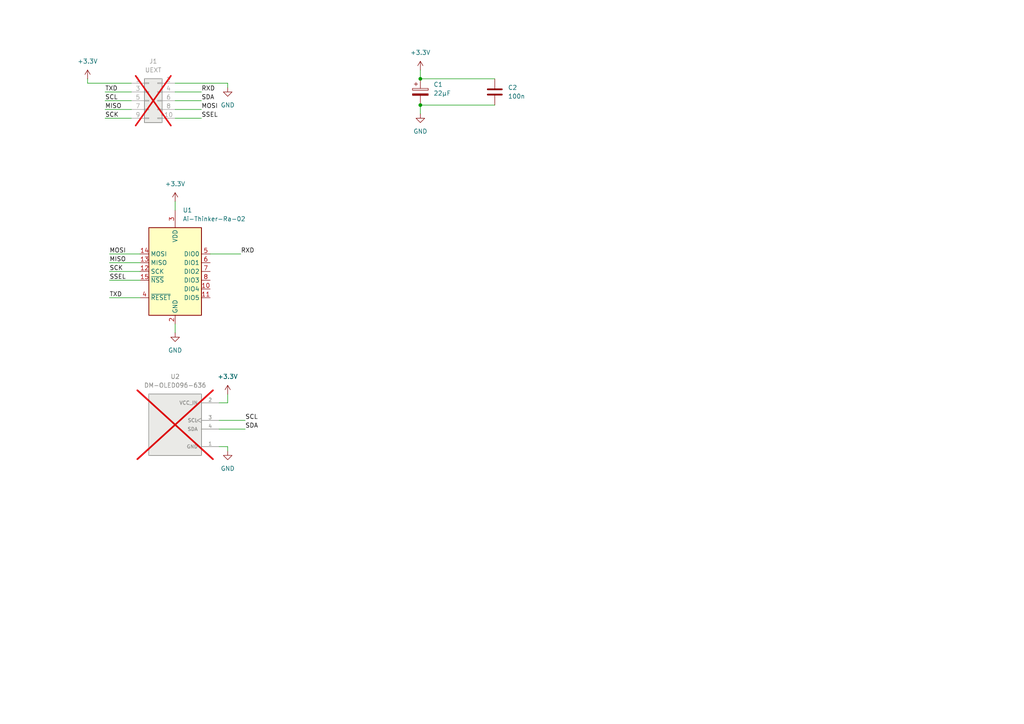
<source format=kicad_sch>
(kicad_sch
	(version 20231120)
	(generator "eeschema")
	(generator_version "8.0")
	(uuid "f1d6924a-25b2-4c5e-a5c1-3372ed7b0632")
	(paper "A4")
	(lib_symbols
		(symbol "Connector_Generic:Conn_02x05_Odd_Even"
			(pin_names
				(offset 1.016) hide)
			(exclude_from_sim no)
			(in_bom yes)
			(on_board yes)
			(property "Reference" "J"
				(at 1.27 7.62 0)
				(effects
					(font
						(size 1.27 1.27)
					)
				)
			)
			(property "Value" "Conn_02x05_Odd_Even"
				(at 1.27 -7.62 0)
				(effects
					(font
						(size 1.27 1.27)
					)
				)
			)
			(property "Footprint" ""
				(at 0 0 0)
				(effects
					(font
						(size 1.27 1.27)
					)
					(hide yes)
				)
			)
			(property "Datasheet" "~"
				(at 0 0 0)
				(effects
					(font
						(size 1.27 1.27)
					)
					(hide yes)
				)
			)
			(property "Description" "Generic connector, double row, 02x05, odd/even pin numbering scheme (row 1 odd numbers, row 2 even numbers), script generated (kicad-library-utils/schlib/autogen/connector/)"
				(at 0 0 0)
				(effects
					(font
						(size 1.27 1.27)
					)
					(hide yes)
				)
			)
			(property "ki_keywords" "connector"
				(at 0 0 0)
				(effects
					(font
						(size 1.27 1.27)
					)
					(hide yes)
				)
			)
			(property "ki_fp_filters" "Connector*:*_2x??_*"
				(at 0 0 0)
				(effects
					(font
						(size 1.27 1.27)
					)
					(hide yes)
				)
			)
			(symbol "Conn_02x05_Odd_Even_1_1"
				(rectangle
					(start -1.27 -4.953)
					(end 0 -5.207)
					(stroke
						(width 0.1524)
						(type default)
					)
					(fill
						(type none)
					)
				)
				(rectangle
					(start -1.27 -2.413)
					(end 0 -2.667)
					(stroke
						(width 0.1524)
						(type default)
					)
					(fill
						(type none)
					)
				)
				(rectangle
					(start -1.27 0.127)
					(end 0 -0.127)
					(stroke
						(width 0.1524)
						(type default)
					)
					(fill
						(type none)
					)
				)
				(rectangle
					(start -1.27 2.667)
					(end 0 2.413)
					(stroke
						(width 0.1524)
						(type default)
					)
					(fill
						(type none)
					)
				)
				(rectangle
					(start -1.27 5.207)
					(end 0 4.953)
					(stroke
						(width 0.1524)
						(type default)
					)
					(fill
						(type none)
					)
				)
				(rectangle
					(start -1.27 6.35)
					(end 3.81 -6.35)
					(stroke
						(width 0.254)
						(type default)
					)
					(fill
						(type background)
					)
				)
				(rectangle
					(start 3.81 -4.953)
					(end 2.54 -5.207)
					(stroke
						(width 0.1524)
						(type default)
					)
					(fill
						(type none)
					)
				)
				(rectangle
					(start 3.81 -2.413)
					(end 2.54 -2.667)
					(stroke
						(width 0.1524)
						(type default)
					)
					(fill
						(type none)
					)
				)
				(rectangle
					(start 3.81 0.127)
					(end 2.54 -0.127)
					(stroke
						(width 0.1524)
						(type default)
					)
					(fill
						(type none)
					)
				)
				(rectangle
					(start 3.81 2.667)
					(end 2.54 2.413)
					(stroke
						(width 0.1524)
						(type default)
					)
					(fill
						(type none)
					)
				)
				(rectangle
					(start 3.81 5.207)
					(end 2.54 4.953)
					(stroke
						(width 0.1524)
						(type default)
					)
					(fill
						(type none)
					)
				)
				(pin passive line
					(at -5.08 5.08 0)
					(length 3.81)
					(name "Pin_1"
						(effects
							(font
								(size 1.27 1.27)
							)
						)
					)
					(number "1"
						(effects
							(font
								(size 1.27 1.27)
							)
						)
					)
				)
				(pin passive line
					(at 7.62 -5.08 180)
					(length 3.81)
					(name "Pin_10"
						(effects
							(font
								(size 1.27 1.27)
							)
						)
					)
					(number "10"
						(effects
							(font
								(size 1.27 1.27)
							)
						)
					)
				)
				(pin passive line
					(at 7.62 5.08 180)
					(length 3.81)
					(name "Pin_2"
						(effects
							(font
								(size 1.27 1.27)
							)
						)
					)
					(number "2"
						(effects
							(font
								(size 1.27 1.27)
							)
						)
					)
				)
				(pin passive line
					(at -5.08 2.54 0)
					(length 3.81)
					(name "Pin_3"
						(effects
							(font
								(size 1.27 1.27)
							)
						)
					)
					(number "3"
						(effects
							(font
								(size 1.27 1.27)
							)
						)
					)
				)
				(pin passive line
					(at 7.62 2.54 180)
					(length 3.81)
					(name "Pin_4"
						(effects
							(font
								(size 1.27 1.27)
							)
						)
					)
					(number "4"
						(effects
							(font
								(size 1.27 1.27)
							)
						)
					)
				)
				(pin passive line
					(at -5.08 0 0)
					(length 3.81)
					(name "Pin_5"
						(effects
							(font
								(size 1.27 1.27)
							)
						)
					)
					(number "5"
						(effects
							(font
								(size 1.27 1.27)
							)
						)
					)
				)
				(pin passive line
					(at 7.62 0 180)
					(length 3.81)
					(name "Pin_6"
						(effects
							(font
								(size 1.27 1.27)
							)
						)
					)
					(number "6"
						(effects
							(font
								(size 1.27 1.27)
							)
						)
					)
				)
				(pin passive line
					(at -5.08 -2.54 0)
					(length 3.81)
					(name "Pin_7"
						(effects
							(font
								(size 1.27 1.27)
							)
						)
					)
					(number "7"
						(effects
							(font
								(size 1.27 1.27)
							)
						)
					)
				)
				(pin passive line
					(at 7.62 -2.54 180)
					(length 3.81)
					(name "Pin_8"
						(effects
							(font
								(size 1.27 1.27)
							)
						)
					)
					(number "8"
						(effects
							(font
								(size 1.27 1.27)
							)
						)
					)
				)
				(pin passive line
					(at -5.08 -5.08 0)
					(length 3.81)
					(name "Pin_9"
						(effects
							(font
								(size 1.27 1.27)
							)
						)
					)
					(number "9"
						(effects
							(font
								(size 1.27 1.27)
							)
						)
					)
				)
			)
		)
		(symbol "Device:C"
			(pin_numbers hide)
			(pin_names
				(offset 0.254)
			)
			(exclude_from_sim no)
			(in_bom yes)
			(on_board yes)
			(property "Reference" "C"
				(at 0.635 2.54 0)
				(effects
					(font
						(size 1.27 1.27)
					)
					(justify left)
				)
			)
			(property "Value" "C"
				(at 0.635 -2.54 0)
				(effects
					(font
						(size 1.27 1.27)
					)
					(justify left)
				)
			)
			(property "Footprint" ""
				(at 0.9652 -3.81 0)
				(effects
					(font
						(size 1.27 1.27)
					)
					(hide yes)
				)
			)
			(property "Datasheet" "~"
				(at 0 0 0)
				(effects
					(font
						(size 1.27 1.27)
					)
					(hide yes)
				)
			)
			(property "Description" "Unpolarized capacitor"
				(at 0 0 0)
				(effects
					(font
						(size 1.27 1.27)
					)
					(hide yes)
				)
			)
			(property "ki_keywords" "cap capacitor"
				(at 0 0 0)
				(effects
					(font
						(size 1.27 1.27)
					)
					(hide yes)
				)
			)
			(property "ki_fp_filters" "C_*"
				(at 0 0 0)
				(effects
					(font
						(size 1.27 1.27)
					)
					(hide yes)
				)
			)
			(symbol "C_0_1"
				(polyline
					(pts
						(xy -2.032 -0.762) (xy 2.032 -0.762)
					)
					(stroke
						(width 0.508)
						(type default)
					)
					(fill
						(type none)
					)
				)
				(polyline
					(pts
						(xy -2.032 0.762) (xy 2.032 0.762)
					)
					(stroke
						(width 0.508)
						(type default)
					)
					(fill
						(type none)
					)
				)
			)
			(symbol "C_1_1"
				(pin passive line
					(at 0 3.81 270)
					(length 2.794)
					(name "~"
						(effects
							(font
								(size 1.27 1.27)
							)
						)
					)
					(number "1"
						(effects
							(font
								(size 1.27 1.27)
							)
						)
					)
				)
				(pin passive line
					(at 0 -3.81 90)
					(length 2.794)
					(name "~"
						(effects
							(font
								(size 1.27 1.27)
							)
						)
					)
					(number "2"
						(effects
							(font
								(size 1.27 1.27)
							)
						)
					)
				)
			)
		)
		(symbol "Device:C_Polarized"
			(pin_numbers hide)
			(pin_names
				(offset 0.254)
			)
			(exclude_from_sim no)
			(in_bom yes)
			(on_board yes)
			(property "Reference" "C"
				(at 0.635 2.54 0)
				(effects
					(font
						(size 1.27 1.27)
					)
					(justify left)
				)
			)
			(property "Value" "C_Polarized"
				(at 0.635 -2.54 0)
				(effects
					(font
						(size 1.27 1.27)
					)
					(justify left)
				)
			)
			(property "Footprint" ""
				(at 0.9652 -3.81 0)
				(effects
					(font
						(size 1.27 1.27)
					)
					(hide yes)
				)
			)
			(property "Datasheet" "~"
				(at 0 0 0)
				(effects
					(font
						(size 1.27 1.27)
					)
					(hide yes)
				)
			)
			(property "Description" "Polarized capacitor"
				(at 0 0 0)
				(effects
					(font
						(size 1.27 1.27)
					)
					(hide yes)
				)
			)
			(property "ki_keywords" "cap capacitor"
				(at 0 0 0)
				(effects
					(font
						(size 1.27 1.27)
					)
					(hide yes)
				)
			)
			(property "ki_fp_filters" "CP_*"
				(at 0 0 0)
				(effects
					(font
						(size 1.27 1.27)
					)
					(hide yes)
				)
			)
			(symbol "C_Polarized_0_1"
				(rectangle
					(start -2.286 0.508)
					(end 2.286 1.016)
					(stroke
						(width 0)
						(type default)
					)
					(fill
						(type none)
					)
				)
				(polyline
					(pts
						(xy -1.778 2.286) (xy -0.762 2.286)
					)
					(stroke
						(width 0)
						(type default)
					)
					(fill
						(type none)
					)
				)
				(polyline
					(pts
						(xy -1.27 2.794) (xy -1.27 1.778)
					)
					(stroke
						(width 0)
						(type default)
					)
					(fill
						(type none)
					)
				)
				(rectangle
					(start 2.286 -0.508)
					(end -2.286 -1.016)
					(stroke
						(width 0)
						(type default)
					)
					(fill
						(type outline)
					)
				)
			)
			(symbol "C_Polarized_1_1"
				(pin passive line
					(at 0 3.81 270)
					(length 2.794)
					(name "~"
						(effects
							(font
								(size 1.27 1.27)
							)
						)
					)
					(number "1"
						(effects
							(font
								(size 1.27 1.27)
							)
						)
					)
				)
				(pin passive line
					(at 0 -3.81 90)
					(length 2.794)
					(name "~"
						(effects
							(font
								(size 1.27 1.27)
							)
						)
					)
					(number "2"
						(effects
							(font
								(size 1.27 1.27)
							)
						)
					)
				)
			)
		)
		(symbol "OLED 0.96{dblquote}:DM-OLED096-636"
			(pin_names
				(offset 1.016)
			)
			(exclude_from_sim no)
			(in_bom yes)
			(on_board yes)
			(property "Reference" "U"
				(at -7.62 10.922 0)
				(effects
					(font
						(size 1.27 1.27)
					)
					(justify left bottom)
				)
			)
			(property "Value" "DM-OLED096-636"
				(at -7.62 -10.16 0)
				(effects
					(font
						(size 1.27 1.27)
					)
					(justify left bottom)
				)
			)
			(property "Footprint" "DM-OLED096-636:MODULE_DM-OLED096-636"
				(at 0 0 0)
				(effects
					(font
						(size 1.27 1.27)
					)
					(justify bottom)
					(hide yes)
				)
			)
			(property "Datasheet" ""
				(at 0 0 0)
				(effects
					(font
						(size 1.27 1.27)
					)
					(hide yes)
				)
			)
			(property "Description" ""
				(at 0 0 0)
				(effects
					(font
						(size 1.27 1.27)
					)
					(hide yes)
				)
			)
			(property "MF" "Display Module"
				(at 0 0 0)
				(effects
					(font
						(size 1.27 1.27)
					)
					(justify bottom)
					(hide yes)
				)
			)
			(property "MAXIMUM_PACKAGE_HEIGHT" "11.3 mm"
				(at 0 0 0)
				(effects
					(font
						(size 1.27 1.27)
					)
					(justify bottom)
					(hide yes)
				)
			)
			(property "Package" "Package"
				(at 0 0 0)
				(effects
					(font
						(size 1.27 1.27)
					)
					(justify bottom)
					(hide yes)
				)
			)
			(property "Price" "None"
				(at 0 0 0)
				(effects
					(font
						(size 1.27 1.27)
					)
					(justify bottom)
					(hide yes)
				)
			)
			(property "Check_prices" "https://www.snapeda.com/parts/DM-OLED096-636/Display+Module/view-part/?ref=eda"
				(at 0 0 0)
				(effects
					(font
						(size 1.27 1.27)
					)
					(justify bottom)
					(hide yes)
				)
			)
			(property "STANDARD" "Manufacturer Recommendations"
				(at 0 0 0)
				(effects
					(font
						(size 1.27 1.27)
					)
					(justify bottom)
					(hide yes)
				)
			)
			(property "PARTREV" "2018-09-10"
				(at 0 0 0)
				(effects
					(font
						(size 1.27 1.27)
					)
					(justify bottom)
					(hide yes)
				)
			)
			(property "SnapEDA_Link" "https://www.snapeda.com/parts/DM-OLED096-636/Display+Module/view-part/?ref=snap"
				(at 0 0 0)
				(effects
					(font
						(size 1.27 1.27)
					)
					(justify bottom)
					(hide yes)
				)
			)
			(property "MP" "DM-OLED096-636"
				(at 0 0 0)
				(effects
					(font
						(size 1.27 1.27)
					)
					(justify bottom)
					(hide yes)
				)
			)
			(property "Description_1" "\n                        \n                            0.96” 128 X 64 MONOCHROME GRAPHIC OLED DISPLAY MODULE - I2C\n                        \n"
				(at 0 0 0)
				(effects
					(font
						(size 1.27 1.27)
					)
					(justify bottom)
					(hide yes)
				)
			)
			(property "Availability" "Not in stock"
				(at 0 0 0)
				(effects
					(font
						(size 1.27 1.27)
					)
					(justify bottom)
					(hide yes)
				)
			)
			(property "MANUFACTURER" "Displaymodule"
				(at 0 0 0)
				(effects
					(font
						(size 1.27 1.27)
					)
					(justify bottom)
					(hide yes)
				)
			)
			(symbol "DM-OLED096-636_0_0"
				(rectangle
					(start -7.62 -7.62)
					(end 7.62 10.16)
					(stroke
						(width 0.254)
						(type default)
					)
					(fill
						(type background)
					)
				)
				(pin power_in line
					(at 12.7 -5.08 180)
					(length 5.08)
					(name "GND"
						(effects
							(font
								(size 1.016 1.016)
							)
						)
					)
					(number "1"
						(effects
							(font
								(size 1.016 1.016)
							)
						)
					)
				)
				(pin power_in line
					(at 12.7 7.62 180)
					(length 5.08)
					(name "VCC_IN"
						(effects
							(font
								(size 1.016 1.016)
							)
						)
					)
					(number "2"
						(effects
							(font
								(size 1.016 1.016)
							)
						)
					)
				)
				(pin input clock
					(at 12.7 2.54 180)
					(length 5.08)
					(name "SCL"
						(effects
							(font
								(size 1.016 1.016)
							)
						)
					)
					(number "3"
						(effects
							(font
								(size 1.016 1.016)
							)
						)
					)
				)
				(pin bidirectional line
					(at 12.7 0 180)
					(length 5.08)
					(name "SDA"
						(effects
							(font
								(size 1.016 1.016)
							)
						)
					)
					(number "4"
						(effects
							(font
								(size 1.016 1.016)
							)
						)
					)
				)
			)
		)
		(symbol "RF_Module:Ai-Thinker-Ra-02"
			(exclude_from_sim no)
			(in_bom yes)
			(on_board yes)
			(property "Reference" "U"
				(at 2.54 19.05 0)
				(effects
					(font
						(size 1.27 1.27)
					)
				)
			)
			(property "Value" "Ai-Thinker-Ra-02"
				(at 13.97 -15.24 0)
				(effects
					(font
						(size 1.27 1.27)
					)
				)
			)
			(property "Footprint" "RF_Module:Ai-Thinker-Ra-01-LoRa"
				(at 25.4 -10.16 0)
				(effects
					(font
						(size 1.27 1.27)
					)
					(hide yes)
				)
			)
			(property "Datasheet" "http://wiki.ai-thinker.com/_media/lora/docs/c048ps01a1_ra-02_product_specification_v1.1.pdf"
				(at 2.54 19.05 0)
				(effects
					(font
						(size 1.27 1.27)
					)
					(hide yes)
				)
			)
			(property "Description" "Ai-Thinker Ra-02 410-525 MHz LoRa Module, SPI interface, U.FL antenna connector"
				(at 0 0 0)
				(effects
					(font
						(size 1.27 1.27)
					)
					(hide yes)
				)
			)
			(property "ki_keywords" "Ra-02 LoRa"
				(at 0 0 0)
				(effects
					(font
						(size 1.27 1.27)
					)
					(hide yes)
				)
			)
			(property "ki_fp_filters" "Ai?Thinker?Ra?01*"
				(at 0 0 0)
				(effects
					(font
						(size 1.27 1.27)
					)
					(hide yes)
				)
			)
			(symbol "Ai-Thinker-Ra-02_0_1"
				(rectangle
					(start -7.62 12.7)
					(end 7.62 -12.7)
					(stroke
						(width 0.254)
						(type default)
					)
					(fill
						(type background)
					)
				)
			)
			(symbol "Ai-Thinker-Ra-02_1_1"
				(pin passive line
					(at 0 -15.24 90)
					(length 2.54) hide
					(name "GND"
						(effects
							(font
								(size 1.27 1.27)
							)
						)
					)
					(number "1"
						(effects
							(font
								(size 1.27 1.27)
							)
						)
					)
				)
				(pin bidirectional line
					(at 10.16 -5.08 180)
					(length 2.54)
					(name "DIO4"
						(effects
							(font
								(size 1.27 1.27)
							)
						)
					)
					(number "10"
						(effects
							(font
								(size 1.27 1.27)
							)
						)
					)
				)
				(pin bidirectional line
					(at 10.16 -7.62 180)
					(length 2.54)
					(name "DIO5"
						(effects
							(font
								(size 1.27 1.27)
							)
						)
					)
					(number "11"
						(effects
							(font
								(size 1.27 1.27)
							)
						)
					)
				)
				(pin input line
					(at -10.16 0 0)
					(length 2.54)
					(name "SCK"
						(effects
							(font
								(size 1.27 1.27)
							)
						)
					)
					(number "12"
						(effects
							(font
								(size 1.27 1.27)
							)
						)
					)
				)
				(pin output line
					(at -10.16 2.54 0)
					(length 2.54)
					(name "MISO"
						(effects
							(font
								(size 1.27 1.27)
							)
						)
					)
					(number "13"
						(effects
							(font
								(size 1.27 1.27)
							)
						)
					)
				)
				(pin input line
					(at -10.16 5.08 0)
					(length 2.54)
					(name "MOSI"
						(effects
							(font
								(size 1.27 1.27)
							)
						)
					)
					(number "14"
						(effects
							(font
								(size 1.27 1.27)
							)
						)
					)
				)
				(pin input line
					(at -10.16 -2.54 0)
					(length 2.54)
					(name "~{NSS}"
						(effects
							(font
								(size 1.27 1.27)
							)
						)
					)
					(number "15"
						(effects
							(font
								(size 1.27 1.27)
							)
						)
					)
				)
				(pin passive line
					(at 0 -15.24 90)
					(length 2.54) hide
					(name "GND"
						(effects
							(font
								(size 1.27 1.27)
							)
						)
					)
					(number "16"
						(effects
							(font
								(size 1.27 1.27)
							)
						)
					)
				)
				(pin power_in line
					(at 0 -15.24 90)
					(length 2.54)
					(name "GND"
						(effects
							(font
								(size 1.27 1.27)
							)
						)
					)
					(number "2"
						(effects
							(font
								(size 1.27 1.27)
							)
						)
					)
				)
				(pin power_in line
					(at 0 17.78 270)
					(length 5.08)
					(name "VDD"
						(effects
							(font
								(size 1.27 1.27)
							)
						)
					)
					(number "3"
						(effects
							(font
								(size 1.27 1.27)
							)
						)
					)
				)
				(pin input line
					(at -10.16 -7.62 0)
					(length 2.54)
					(name "~{RESET}"
						(effects
							(font
								(size 1.27 1.27)
							)
						)
					)
					(number "4"
						(effects
							(font
								(size 1.27 1.27)
							)
						)
					)
				)
				(pin bidirectional line
					(at 10.16 5.08 180)
					(length 2.54)
					(name "DIO0"
						(effects
							(font
								(size 1.27 1.27)
							)
						)
					)
					(number "5"
						(effects
							(font
								(size 1.27 1.27)
							)
						)
					)
				)
				(pin bidirectional line
					(at 10.16 2.54 180)
					(length 2.54)
					(name "DIO1"
						(effects
							(font
								(size 1.27 1.27)
							)
						)
					)
					(number "6"
						(effects
							(font
								(size 1.27 1.27)
							)
						)
					)
				)
				(pin bidirectional line
					(at 10.16 0 180)
					(length 2.54)
					(name "DIO2"
						(effects
							(font
								(size 1.27 1.27)
							)
						)
					)
					(number "7"
						(effects
							(font
								(size 1.27 1.27)
							)
						)
					)
				)
				(pin bidirectional line
					(at 10.16 -2.54 180)
					(length 2.54)
					(name "DIO3"
						(effects
							(font
								(size 1.27 1.27)
							)
						)
					)
					(number "8"
						(effects
							(font
								(size 1.27 1.27)
							)
						)
					)
				)
				(pin passive line
					(at 0 -15.24 90)
					(length 2.54) hide
					(name "GND"
						(effects
							(font
								(size 1.27 1.27)
							)
						)
					)
					(number "9"
						(effects
							(font
								(size 1.27 1.27)
							)
						)
					)
				)
			)
		)
		(symbol "power:+3.3V"
			(power)
			(pin_numbers hide)
			(pin_names
				(offset 0) hide)
			(exclude_from_sim no)
			(in_bom yes)
			(on_board yes)
			(property "Reference" "#PWR"
				(at 0 -3.81 0)
				(effects
					(font
						(size 1.27 1.27)
					)
					(hide yes)
				)
			)
			(property "Value" "+3.3V"
				(at 0 3.556 0)
				(effects
					(font
						(size 1.27 1.27)
					)
				)
			)
			(property "Footprint" ""
				(at 0 0 0)
				(effects
					(font
						(size 1.27 1.27)
					)
					(hide yes)
				)
			)
			(property "Datasheet" ""
				(at 0 0 0)
				(effects
					(font
						(size 1.27 1.27)
					)
					(hide yes)
				)
			)
			(property "Description" "Power symbol creates a global label with name \"+3.3V\""
				(at 0 0 0)
				(effects
					(font
						(size 1.27 1.27)
					)
					(hide yes)
				)
			)
			(property "ki_keywords" "global power"
				(at 0 0 0)
				(effects
					(font
						(size 1.27 1.27)
					)
					(hide yes)
				)
			)
			(symbol "+3.3V_0_1"
				(polyline
					(pts
						(xy -0.762 1.27) (xy 0 2.54)
					)
					(stroke
						(width 0)
						(type default)
					)
					(fill
						(type none)
					)
				)
				(polyline
					(pts
						(xy 0 0) (xy 0 2.54)
					)
					(stroke
						(width 0)
						(type default)
					)
					(fill
						(type none)
					)
				)
				(polyline
					(pts
						(xy 0 2.54) (xy 0.762 1.27)
					)
					(stroke
						(width 0)
						(type default)
					)
					(fill
						(type none)
					)
				)
			)
			(symbol "+3.3V_1_1"
				(pin power_in line
					(at 0 0 90)
					(length 0)
					(name "~"
						(effects
							(font
								(size 1.27 1.27)
							)
						)
					)
					(number "1"
						(effects
							(font
								(size 1.27 1.27)
							)
						)
					)
				)
			)
		)
		(symbol "power:GND"
			(power)
			(pin_numbers hide)
			(pin_names
				(offset 0) hide)
			(exclude_from_sim no)
			(in_bom yes)
			(on_board yes)
			(property "Reference" "#PWR"
				(at 0 -6.35 0)
				(effects
					(font
						(size 1.27 1.27)
					)
					(hide yes)
				)
			)
			(property "Value" "GND"
				(at 0 -3.81 0)
				(effects
					(font
						(size 1.27 1.27)
					)
				)
			)
			(property "Footprint" ""
				(at 0 0 0)
				(effects
					(font
						(size 1.27 1.27)
					)
					(hide yes)
				)
			)
			(property "Datasheet" ""
				(at 0 0 0)
				(effects
					(font
						(size 1.27 1.27)
					)
					(hide yes)
				)
			)
			(property "Description" "Power symbol creates a global label with name \"GND\" , ground"
				(at 0 0 0)
				(effects
					(font
						(size 1.27 1.27)
					)
					(hide yes)
				)
			)
			(property "ki_keywords" "global power"
				(at 0 0 0)
				(effects
					(font
						(size 1.27 1.27)
					)
					(hide yes)
				)
			)
			(symbol "GND_0_1"
				(polyline
					(pts
						(xy 0 0) (xy 0 -1.27) (xy 1.27 -1.27) (xy 0 -2.54) (xy -1.27 -1.27) (xy 0 -1.27)
					)
					(stroke
						(width 0)
						(type default)
					)
					(fill
						(type none)
					)
				)
			)
			(symbol "GND_1_1"
				(pin power_in line
					(at 0 0 270)
					(length 0)
					(name "~"
						(effects
							(font
								(size 1.27 1.27)
							)
						)
					)
					(number "1"
						(effects
							(font
								(size 1.27 1.27)
							)
						)
					)
				)
			)
		)
	)
	(junction
		(at 121.92 22.86)
		(diameter 0)
		(color 0 0 0 0)
		(uuid "7a4c8050-ac3e-410a-a149-86d8b59d4b84")
	)
	(junction
		(at 121.92 30.48)
		(diameter 0)
		(color 0 0 0 0)
		(uuid "c00f3bce-58ae-4518-a9ec-ec72cad3604c")
	)
	(wire
		(pts
			(xy 31.75 76.2) (xy 40.64 76.2)
		)
		(stroke
			(width 0)
			(type default)
		)
		(uuid "06cd5006-4882-4640-8e9a-b9f32e67f41b")
	)
	(wire
		(pts
			(xy 50.8 31.75) (xy 58.42 31.75)
		)
		(stroke
			(width 0)
			(type default)
		)
		(uuid "225fd774-e0fe-4ec9-98cc-44e92b9bc0d5")
	)
	(wire
		(pts
			(xy 50.8 34.29) (xy 58.42 34.29)
		)
		(stroke
			(width 0)
			(type default)
		)
		(uuid "24ae3013-ce6d-4885-aba1-cffcfae6d6a8")
	)
	(wire
		(pts
			(xy 25.4 22.86) (xy 25.4 24.13)
		)
		(stroke
			(width 0)
			(type default)
		)
		(uuid "27894db9-d82e-41b0-bca6-abd944badd38")
	)
	(wire
		(pts
			(xy 30.48 26.67) (xy 38.1 26.67)
		)
		(stroke
			(width 0)
			(type default)
		)
		(uuid "282dab61-00d9-4855-8257-24985bdc152a")
	)
	(wire
		(pts
			(xy 143.51 30.48) (xy 121.92 30.48)
		)
		(stroke
			(width 0)
			(type default)
		)
		(uuid "29610732-d13a-4f19-83a6-8ec547601eaf")
	)
	(wire
		(pts
			(xy 63.5 116.84) (xy 66.04 116.84)
		)
		(stroke
			(width 0)
			(type default)
		)
		(uuid "31cfeda8-dbc2-409e-99ce-597e15c9e55b")
	)
	(wire
		(pts
			(xy 38.1 24.13) (xy 25.4 24.13)
		)
		(stroke
			(width 0)
			(type default)
		)
		(uuid "3d1f2ffe-d6cd-480e-9d2d-c41604249ca5")
	)
	(wire
		(pts
			(xy 30.48 29.21) (xy 38.1 29.21)
		)
		(stroke
			(width 0)
			(type default)
		)
		(uuid "40a1dffe-79e8-4a5d-a9e3-d9c943bb84d6")
	)
	(wire
		(pts
			(xy 50.8 24.13) (xy 66.04 24.13)
		)
		(stroke
			(width 0)
			(type default)
		)
		(uuid "4d08c1e0-833a-49ab-9a16-76ce9ecf8e45")
	)
	(wire
		(pts
			(xy 66.04 116.84) (xy 66.04 114.3)
		)
		(stroke
			(width 0)
			(type default)
		)
		(uuid "50099842-17e0-44b6-8b11-a0d288c1fc65")
	)
	(wire
		(pts
			(xy 121.92 22.86) (xy 121.92 20.32)
		)
		(stroke
			(width 0)
			(type default)
		)
		(uuid "5c77cfc8-0656-48c9-bf71-cee25ed5745e")
	)
	(wire
		(pts
			(xy 31.75 86.36) (xy 40.64 86.36)
		)
		(stroke
			(width 0)
			(type default)
		)
		(uuid "5cdb6228-3c39-4c9e-9709-03c1a478c16f")
	)
	(wire
		(pts
			(xy 63.5 121.92) (xy 71.12 121.92)
		)
		(stroke
			(width 0)
			(type default)
		)
		(uuid "6b5a3b3e-75f6-4c55-b143-ffa067ec0a4b")
	)
	(wire
		(pts
			(xy 31.75 81.28) (xy 40.64 81.28)
		)
		(stroke
			(width 0)
			(type default)
		)
		(uuid "7a65bc98-87d8-42ab-95fa-48404452e36f")
	)
	(wire
		(pts
			(xy 66.04 24.13) (xy 66.04 25.4)
		)
		(stroke
			(width 0)
			(type default)
		)
		(uuid "7e7af8bb-ccda-482a-bfda-589356e84383")
	)
	(wire
		(pts
			(xy 121.92 30.48) (xy 121.92 33.02)
		)
		(stroke
			(width 0)
			(type default)
		)
		(uuid "85b25082-46f3-4cce-8d8d-1e21a25d3b10")
	)
	(wire
		(pts
			(xy 30.48 31.75) (xy 38.1 31.75)
		)
		(stroke
			(width 0)
			(type default)
		)
		(uuid "9564ee7c-d4b3-42a7-8445-64285ae0f56e")
	)
	(wire
		(pts
			(xy 50.8 93.98) (xy 50.8 96.52)
		)
		(stroke
			(width 0)
			(type default)
		)
		(uuid "9591b991-bc87-4daf-8330-6dd4adc92cb2")
	)
	(wire
		(pts
			(xy 30.48 34.29) (xy 38.1 34.29)
		)
		(stroke
			(width 0)
			(type default)
		)
		(uuid "a20b9911-022d-4a87-bdd0-30be75a61b7b")
	)
	(wire
		(pts
			(xy 31.75 73.66) (xy 40.64 73.66)
		)
		(stroke
			(width 0)
			(type default)
		)
		(uuid "aace0fa5-b7b0-479c-9d2c-93dd6f9b9a0b")
	)
	(wire
		(pts
			(xy 50.8 26.67) (xy 58.42 26.67)
		)
		(stroke
			(width 0)
			(type default)
		)
		(uuid "b2e11387-a8d7-4d84-b627-0d9f0721968e")
	)
	(wire
		(pts
			(xy 63.5 124.46) (xy 71.12 124.46)
		)
		(stroke
			(width 0)
			(type default)
		)
		(uuid "b3bf0590-a948-4eeb-8bdb-0b52d4b9f306")
	)
	(wire
		(pts
			(xy 66.04 129.54) (xy 66.04 130.81)
		)
		(stroke
			(width 0)
			(type default)
		)
		(uuid "b8e99f3c-a0ea-4a2d-8c24-1b984396a10a")
	)
	(wire
		(pts
			(xy 143.51 22.86) (xy 121.92 22.86)
		)
		(stroke
			(width 0)
			(type default)
		)
		(uuid "bd853378-b58a-4844-93a9-a007e529823f")
	)
	(wire
		(pts
			(xy 50.8 29.21) (xy 58.42 29.21)
		)
		(stroke
			(width 0)
			(type default)
		)
		(uuid "c89f8035-1e30-4051-98b0-8ea95519b470")
	)
	(wire
		(pts
			(xy 60.96 73.66) (xy 69.85 73.66)
		)
		(stroke
			(width 0)
			(type default)
		)
		(uuid "ddb11672-d2fe-46e0-bba3-72e6c996c17a")
	)
	(wire
		(pts
			(xy 63.5 129.54) (xy 66.04 129.54)
		)
		(stroke
			(width 0)
			(type default)
		)
		(uuid "eacd6c75-116c-4be4-a7c1-6a32d5e87d2e")
	)
	(wire
		(pts
			(xy 31.75 78.74) (xy 40.64 78.74)
		)
		(stroke
			(width 0)
			(type default)
		)
		(uuid "eee7ce87-22cd-48e5-a3b1-1a27be2463ee")
	)
	(wire
		(pts
			(xy 50.8 58.42) (xy 50.8 60.96)
		)
		(stroke
			(width 0)
			(type default)
		)
		(uuid "f8fb3be5-509c-4c06-9675-e4efa4f28edd")
	)
	(label "RXD"
		(at 58.42 26.67 0)
		(fields_autoplaced yes)
		(effects
			(font
				(size 1.27 1.27)
			)
			(justify left bottom)
		)
		(uuid "0b18293e-4247-4e8c-b0dd-488b02857909")
	)
	(label "SCK"
		(at 30.48 34.29 0)
		(fields_autoplaced yes)
		(effects
			(font
				(size 1.27 1.27)
			)
			(justify left bottom)
		)
		(uuid "0e7de591-2761-4686-8e11-f95673505adf")
	)
	(label "RXD"
		(at 69.85 73.66 0)
		(fields_autoplaced yes)
		(effects
			(font
				(size 1.27 1.27)
			)
			(justify left bottom)
		)
		(uuid "24142744-a98f-4c9d-bb54-71947ad8cdde")
	)
	(label "MISO"
		(at 31.75 76.2 0)
		(fields_autoplaced yes)
		(effects
			(font
				(size 1.27 1.27)
			)
			(justify left bottom)
		)
		(uuid "560e3dfe-779a-49e8-9da2-e40e358efe5f")
	)
	(label "MOSI"
		(at 58.42 31.75 0)
		(fields_autoplaced yes)
		(effects
			(font
				(size 1.27 1.27)
			)
			(justify left bottom)
		)
		(uuid "76db755f-5a31-4df5-a3e7-72c1fdcd3879")
	)
	(label "SSEL"
		(at 58.42 34.29 0)
		(fields_autoplaced yes)
		(effects
			(font
				(size 1.27 1.27)
			)
			(justify left bottom)
		)
		(uuid "777e9d20-b93d-479e-9be5-91a0da2a6547")
	)
	(label "SSEL"
		(at 31.75 81.28 0)
		(fields_autoplaced yes)
		(effects
			(font
				(size 1.27 1.27)
			)
			(justify left bottom)
		)
		(uuid "7d1b26cc-434a-4d71-b9c3-997bee038a6c")
	)
	(label "SCK"
		(at 31.75 78.74 0)
		(fields_autoplaced yes)
		(effects
			(font
				(size 1.27 1.27)
			)
			(justify left bottom)
		)
		(uuid "7d22a24e-f046-4f41-a178-b3f3bde4498d")
	)
	(label "TXD"
		(at 31.75 86.36 0)
		(fields_autoplaced yes)
		(effects
			(font
				(size 1.27 1.27)
			)
			(justify left bottom)
		)
		(uuid "87c61777-e0d2-4e4c-baf5-8bc99ad7006d")
	)
	(label "MOSI"
		(at 31.75 73.66 0)
		(fields_autoplaced yes)
		(effects
			(font
				(size 1.27 1.27)
			)
			(justify left bottom)
		)
		(uuid "95f9121c-96a8-4960-8e60-b30d3c35aec6")
	)
	(label "SCL"
		(at 30.48 29.21 0)
		(fields_autoplaced yes)
		(effects
			(font
				(size 1.27 1.27)
			)
			(justify left bottom)
		)
		(uuid "a860f468-f243-41a7-8efe-7223440035d5")
	)
	(label "TXD"
		(at 30.48 26.67 0)
		(fields_autoplaced yes)
		(effects
			(font
				(size 1.27 1.27)
			)
			(justify left bottom)
		)
		(uuid "ae7d65f2-461d-4159-bc05-3546db3f7162")
	)
	(label "MISO"
		(at 30.48 31.75 0)
		(fields_autoplaced yes)
		(effects
			(font
				(size 1.27 1.27)
			)
			(justify left bottom)
		)
		(uuid "e2b5c2cd-2c1c-442b-bb80-8063feb50fa8")
	)
	(label "SDA"
		(at 58.42 29.21 0)
		(fields_autoplaced yes)
		(effects
			(font
				(size 1.27 1.27)
			)
			(justify left bottom)
		)
		(uuid "e87a8860-3660-4377-aea6-3543a34a4946")
	)
	(label "SCL"
		(at 71.12 121.92 0)
		(fields_autoplaced yes)
		(effects
			(font
				(size 1.27 1.27)
			)
			(justify left bottom)
		)
		(uuid "fad8367f-0080-4d8b-b267-0e1806000971")
	)
	(label "SDA"
		(at 71.12 124.46 0)
		(fields_autoplaced yes)
		(effects
			(font
				(size 1.27 1.27)
			)
			(justify left bottom)
		)
		(uuid "fd6cd82e-e13a-4cfe-8ff6-c09ed45d8dac")
	)
	(symbol
		(lib_id "power:GND")
		(at 66.04 130.81 0)
		(unit 1)
		(exclude_from_sim no)
		(in_bom yes)
		(on_board yes)
		(dnp no)
		(fields_autoplaced yes)
		(uuid "3fbceff0-fe88-4857-9ff2-cbb4f534f470")
		(property "Reference" "#PWR06"
			(at 66.04 137.16 0)
			(effects
				(font
					(size 1.27 1.27)
				)
				(hide yes)
			)
		)
		(property "Value" "GND"
			(at 66.04 135.89 0)
			(effects
				(font
					(size 1.27 1.27)
				)
			)
		)
		(property "Footprint" ""
			(at 66.04 130.81 0)
			(effects
				(font
					(size 1.27 1.27)
				)
				(hide yes)
			)
		)
		(property "Datasheet" ""
			(at 66.04 130.81 0)
			(effects
				(font
					(size 1.27 1.27)
				)
				(hide yes)
			)
		)
		(property "Description" "Power symbol creates a global label with name \"GND\" , ground"
			(at 66.04 130.81 0)
			(effects
				(font
					(size 1.27 1.27)
				)
				(hide yes)
			)
		)
		(pin "1"
			(uuid "4a0d61ec-7324-4655-89f7-5f383dd627d3")
		)
		(instances
			(project "PoE-LoRa"
				(path "/f1d6924a-25b2-4c5e-a5c1-3372ed7b0632"
					(reference "#PWR06")
					(unit 1)
				)
			)
		)
	)
	(symbol
		(lib_id "OLED 0.96{dblquote}:DM-OLED096-636")
		(at 50.8 124.46 0)
		(unit 1)
		(exclude_from_sim no)
		(in_bom yes)
		(on_board yes)
		(dnp yes)
		(fields_autoplaced yes)
		(uuid "411c3646-94c7-48e5-8fb3-476757e5028b")
		(property "Reference" "U2"
			(at 50.8 109.22 0)
			(effects
				(font
					(size 1.27 1.27)
				)
			)
		)
		(property "Value" "DM-OLED096-636"
			(at 50.8 111.76 0)
			(effects
				(font
					(size 1.27 1.27)
				)
			)
		)
		(property "Footprint" "OLED 0.96:MODULE_DM-OLED096-636"
			(at 50.8 124.46 0)
			(effects
				(font
					(size 1.27 1.27)
				)
				(justify bottom)
				(hide yes)
			)
		)
		(property "Datasheet" ""
			(at 50.8 124.46 0)
			(effects
				(font
					(size 1.27 1.27)
				)
				(hide yes)
			)
		)
		(property "Description" ""
			(at 50.8 124.46 0)
			(effects
				(font
					(size 1.27 1.27)
				)
				(hide yes)
			)
		)
		(property "MF" "Display Module"
			(at 50.8 124.46 0)
			(effects
				(font
					(size 1.27 1.27)
				)
				(justify bottom)
				(hide yes)
			)
		)
		(property "MAXIMUM_PACKAGE_HEIGHT" "11.3 mm"
			(at 50.8 124.46 0)
			(effects
				(font
					(size 1.27 1.27)
				)
				(justify bottom)
				(hide yes)
			)
		)
		(property "Package" "Package"
			(at 50.8 124.46 0)
			(effects
				(font
					(size 1.27 1.27)
				)
				(justify bottom)
				(hide yes)
			)
		)
		(property "Price" "None"
			(at 50.8 124.46 0)
			(effects
				(font
					(size 1.27 1.27)
				)
				(justify bottom)
				(hide yes)
			)
		)
		(property "Check_prices" "https://www.snapeda.com/parts/DM-OLED096-636/Display+Module/view-part/?ref=eda"
			(at 50.8 124.46 0)
			(effects
				(font
					(size 1.27 1.27)
				)
				(justify bottom)
				(hide yes)
			)
		)
		(property "STANDARD" "Manufacturer Recommendations"
			(at 50.8 124.46 0)
			(effects
				(font
					(size 1.27 1.27)
				)
				(justify bottom)
				(hide yes)
			)
		)
		(property "PARTREV" "2018-09-10"
			(at 50.8 124.46 0)
			(effects
				(font
					(size 1.27 1.27)
				)
				(justify bottom)
				(hide yes)
			)
		)
		(property "SnapEDA_Link" "https://www.snapeda.com/parts/DM-OLED096-636/Display+Module/view-part/?ref=snap"
			(at 50.8 124.46 0)
			(effects
				(font
					(size 1.27 1.27)
				)
				(justify bottom)
				(hide yes)
			)
		)
		(property "MP" "DM-OLED096-636"
			(at 50.8 124.46 0)
			(effects
				(font
					(size 1.27 1.27)
				)
				(justify bottom)
				(hide yes)
			)
		)
		(property "Description_1" "\n                        \n                            0.96” 128 X 64 MONOCHROME GRAPHIC OLED DISPLAY MODULE - I2C\n                        \n"
			(at 50.8 124.46 0)
			(effects
				(font
					(size 1.27 1.27)
				)
				(justify bottom)
				(hide yes)
			)
		)
		(property "Availability" "Not in stock"
			(at 50.8 124.46 0)
			(effects
				(font
					(size 1.27 1.27)
				)
				(justify bottom)
				(hide yes)
			)
		)
		(property "MANUFACTURER" "Displaymodule"
			(at 50.8 124.46 0)
			(effects
				(font
					(size 1.27 1.27)
				)
				(justify bottom)
				(hide yes)
			)
		)
		(pin "2"
			(uuid "68fe4290-7059-45bc-bf13-bdb5b433b4ac")
		)
		(pin "3"
			(uuid "1f8692e5-8943-4343-bb55-00615bd265a3")
		)
		(pin "1"
			(uuid "af3a3fc6-be19-4de2-88e6-468dfbbe7658")
		)
		(pin "4"
			(uuid "e4df380f-117b-46c5-bc1c-dea222727fb4")
		)
		(instances
			(project ""
				(path "/f1d6924a-25b2-4c5e-a5c1-3372ed7b0632"
					(reference "U2")
					(unit 1)
				)
			)
		)
	)
	(symbol
		(lib_id "power:+3.3V")
		(at 66.04 114.3 0)
		(unit 1)
		(exclude_from_sim no)
		(in_bom yes)
		(on_board yes)
		(dnp no)
		(fields_autoplaced yes)
		(uuid "4b170075-3153-467d-a59d-29b76075ac41")
		(property "Reference" "#PWR04"
			(at 66.04 118.11 0)
			(effects
				(font
					(size 1.27 1.27)
				)
				(hide yes)
			)
		)
		(property "Value" "+3.3V"
			(at 66.04 109.22 0)
			(effects
				(font
					(size 1.27 1.27)
				)
			)
		)
		(property "Footprint" ""
			(at 66.04 114.3 0)
			(effects
				(font
					(size 1.27 1.27)
				)
				(hide yes)
			)
		)
		(property "Datasheet" ""
			(at 66.04 114.3 0)
			(effects
				(font
					(size 1.27 1.27)
				)
				(hide yes)
			)
		)
		(property "Description" "Power symbol creates a global label with name \"+3.3V\""
			(at 66.04 114.3 0)
			(effects
				(font
					(size 1.27 1.27)
				)
				(hide yes)
			)
		)
		(pin "1"
			(uuid "b6daba05-42be-4198-a86a-c80077e5a7c6")
		)
		(instances
			(project "PoE-LoRa"
				(path "/f1d6924a-25b2-4c5e-a5c1-3372ed7b0632"
					(reference "#PWR04")
					(unit 1)
				)
			)
		)
	)
	(symbol
		(lib_id "Device:C_Polarized")
		(at 121.92 26.67 0)
		(unit 1)
		(exclude_from_sim no)
		(in_bom yes)
		(on_board yes)
		(dnp no)
		(fields_autoplaced yes)
		(uuid "532cf4f3-bdbf-41b1-9b62-2b67e333ecc4")
		(property "Reference" "C1"
			(at 125.73 24.5109 0)
			(effects
				(font
					(size 1.27 1.27)
				)
				(justify left)
			)
		)
		(property "Value" "22µF"
			(at 125.73 27.0509 0)
			(effects
				(font
					(size 1.27 1.27)
				)
				(justify left)
			)
		)
		(property "Footprint" "Capacitor_SMD:CP_Elec_4x5.8"
			(at 122.8852 30.48 0)
			(effects
				(font
					(size 1.27 1.27)
				)
				(hide yes)
			)
		)
		(property "Datasheet" "~"
			(at 121.92 26.67 0)
			(effects
				(font
					(size 1.27 1.27)
				)
				(hide yes)
			)
		)
		(property "Description" "Polarized capacitor"
			(at 121.92 26.67 0)
			(effects
				(font
					(size 1.27 1.27)
				)
				(hide yes)
			)
		)
		(property "LCSC" "C494804"
			(at 121.92 26.67 0)
			(effects
				(font
					(size 1.27 1.27)
				)
				(hide yes)
			)
		)
		(pin "2"
			(uuid "e0d4eed7-d611-419e-bb71-bf198e4fe0f3")
		)
		(pin "1"
			(uuid "c0e0a986-d201-416d-a8db-74e99068a3cd")
		)
		(instances
			(project ""
				(path "/f1d6924a-25b2-4c5e-a5c1-3372ed7b0632"
					(reference "C1")
					(unit 1)
				)
			)
		)
	)
	(symbol
		(lib_id "power:+3.3V")
		(at 50.8 58.42 0)
		(unit 1)
		(exclude_from_sim no)
		(in_bom yes)
		(on_board yes)
		(dnp no)
		(fields_autoplaced yes)
		(uuid "64db8ab9-7c65-4733-b4b5-83b88231dec4")
		(property "Reference" "#PWR03"
			(at 50.8 62.23 0)
			(effects
				(font
					(size 1.27 1.27)
				)
				(hide yes)
			)
		)
		(property "Value" "+3.3V"
			(at 50.8 53.34 0)
			(effects
				(font
					(size 1.27 1.27)
				)
			)
		)
		(property "Footprint" ""
			(at 50.8 58.42 0)
			(effects
				(font
					(size 1.27 1.27)
				)
				(hide yes)
			)
		)
		(property "Datasheet" ""
			(at 50.8 58.42 0)
			(effects
				(font
					(size 1.27 1.27)
				)
				(hide yes)
			)
		)
		(property "Description" "Power symbol creates a global label with name \"+3.3V\""
			(at 50.8 58.42 0)
			(effects
				(font
					(size 1.27 1.27)
				)
				(hide yes)
			)
		)
		(pin "1"
			(uuid "bf45b98f-e870-4b77-9c04-06b8f98768a1")
		)
		(instances
			(project "PoE-LoRa"
				(path "/f1d6924a-25b2-4c5e-a5c1-3372ed7b0632"
					(reference "#PWR03")
					(unit 1)
				)
			)
		)
	)
	(symbol
		(lib_id "Connector_Generic:Conn_02x05_Odd_Even")
		(at 43.18 29.21 0)
		(unit 1)
		(exclude_from_sim no)
		(in_bom yes)
		(on_board yes)
		(dnp yes)
		(fields_autoplaced yes)
		(uuid "6b7918dd-0650-486e-a160-b4aae0749617")
		(property "Reference" "J1"
			(at 44.45 17.78 0)
			(effects
				(font
					(size 1.27 1.27)
				)
			)
		)
		(property "Value" "UEXT"
			(at 44.45 20.32 0)
			(effects
				(font
					(size 1.27 1.27)
				)
			)
		)
		(property "Footprint" "Connector_PinSocket_2.54mm:PinSocket_2x05_P2.54mm_Vertical"
			(at 43.18 29.21 0)
			(effects
				(font
					(size 1.27 1.27)
				)
				(hide yes)
			)
		)
		(property "Datasheet" "~"
			(at 43.18 29.21 0)
			(effects
				(font
					(size 1.27 1.27)
				)
				(hide yes)
			)
		)
		(property "Description" "Generic connector, double row, 02x05, odd/even pin numbering scheme (row 1 odd numbers, row 2 even numbers), script generated (kicad-library-utils/schlib/autogen/connector/)"
			(at 43.18 29.21 0)
			(effects
				(font
					(size 1.27 1.27)
				)
				(hide yes)
			)
		)
		(pin "5"
			(uuid "65e10096-066f-4f91-806e-46391862018f")
		)
		(pin "7"
			(uuid "e2196ba0-80f9-457b-a590-aaf09b566346")
		)
		(pin "10"
			(uuid "2c91a735-4124-4bb0-abc0-fb366163faa2")
		)
		(pin "9"
			(uuid "99b9ab98-6ff1-42ab-b3b4-f65864ad6cda")
		)
		(pin "6"
			(uuid "4e2ea711-9193-4f77-b9a0-716679421549")
		)
		(pin "8"
			(uuid "0d2d44c6-ea4a-4081-8944-0601a2ded0fd")
		)
		(pin "2"
			(uuid "f5768f20-a896-466c-acc8-20ae51d46f96")
		)
		(pin "4"
			(uuid "e08f769b-0a90-42ee-a819-df5b5ad8c2c6")
		)
		(pin "1"
			(uuid "bd076d2e-8694-4515-bf21-9571cd4ba1c1")
		)
		(pin "3"
			(uuid "c586f3e6-bd2d-46f7-987c-37c5f9ee2bc1")
		)
		(instances
			(project ""
				(path "/f1d6924a-25b2-4c5e-a5c1-3372ed7b0632"
					(reference "J1")
					(unit 1)
				)
			)
		)
	)
	(symbol
		(lib_id "power:GND")
		(at 121.92 33.02 0)
		(unit 1)
		(exclude_from_sim no)
		(in_bom yes)
		(on_board yes)
		(dnp no)
		(fields_autoplaced yes)
		(uuid "9330ad16-41b1-482b-bbea-73e38c07bb1d")
		(property "Reference" "#PWR07"
			(at 121.92 39.37 0)
			(effects
				(font
					(size 1.27 1.27)
				)
				(hide yes)
			)
		)
		(property "Value" "GND"
			(at 121.92 38.1 0)
			(effects
				(font
					(size 1.27 1.27)
				)
			)
		)
		(property "Footprint" ""
			(at 121.92 33.02 0)
			(effects
				(font
					(size 1.27 1.27)
				)
				(hide yes)
			)
		)
		(property "Datasheet" ""
			(at 121.92 33.02 0)
			(effects
				(font
					(size 1.27 1.27)
				)
				(hide yes)
			)
		)
		(property "Description" "Power symbol creates a global label with name \"GND\" , ground"
			(at 121.92 33.02 0)
			(effects
				(font
					(size 1.27 1.27)
				)
				(hide yes)
			)
		)
		(pin "1"
			(uuid "da55d28b-dc40-42c5-b9a8-c9bc8e724fbc")
		)
		(instances
			(project "PoE-LoRa"
				(path "/f1d6924a-25b2-4c5e-a5c1-3372ed7b0632"
					(reference "#PWR07")
					(unit 1)
				)
			)
		)
	)
	(symbol
		(lib_id "power:GND")
		(at 66.04 25.4 0)
		(unit 1)
		(exclude_from_sim no)
		(in_bom yes)
		(on_board yes)
		(dnp no)
		(fields_autoplaced yes)
		(uuid "94e56bab-3885-4b54-9dcd-6d0e48ecb3fc")
		(property "Reference" "#PWR02"
			(at 66.04 31.75 0)
			(effects
				(font
					(size 1.27 1.27)
				)
				(hide yes)
			)
		)
		(property "Value" "GND"
			(at 66.04 30.48 0)
			(effects
				(font
					(size 1.27 1.27)
				)
			)
		)
		(property "Footprint" ""
			(at 66.04 25.4 0)
			(effects
				(font
					(size 1.27 1.27)
				)
				(hide yes)
			)
		)
		(property "Datasheet" ""
			(at 66.04 25.4 0)
			(effects
				(font
					(size 1.27 1.27)
				)
				(hide yes)
			)
		)
		(property "Description" "Power symbol creates a global label with name \"GND\" , ground"
			(at 66.04 25.4 0)
			(effects
				(font
					(size 1.27 1.27)
				)
				(hide yes)
			)
		)
		(pin "1"
			(uuid "d7bd547e-9ecf-4335-b6d7-7842efd86589")
		)
		(instances
			(project ""
				(path "/f1d6924a-25b2-4c5e-a5c1-3372ed7b0632"
					(reference "#PWR02")
					(unit 1)
				)
			)
		)
	)
	(symbol
		(lib_id "Device:C")
		(at 143.51 26.67 0)
		(unit 1)
		(exclude_from_sim no)
		(in_bom yes)
		(on_board yes)
		(dnp no)
		(fields_autoplaced yes)
		(uuid "9d8e6389-6cea-4e0c-998d-44b7cad5e8c3")
		(property "Reference" "C2"
			(at 147.32 25.3999 0)
			(effects
				(font
					(size 1.27 1.27)
				)
				(justify left)
			)
		)
		(property "Value" "100n"
			(at 147.32 27.9399 0)
			(effects
				(font
					(size 1.27 1.27)
				)
				(justify left)
			)
		)
		(property "Footprint" "Capacitor_SMD:C_0603_1608Metric"
			(at 144.4752 30.48 0)
			(effects
				(font
					(size 1.27 1.27)
				)
				(hide yes)
			)
		)
		(property "Datasheet" "~"
			(at 143.51 26.67 0)
			(effects
				(font
					(size 1.27 1.27)
				)
				(hide yes)
			)
		)
		(property "Description" "Unpolarized capacitor"
			(at 143.51 26.67 0)
			(effects
				(font
					(size 1.27 1.27)
				)
				(hide yes)
			)
		)
		(property "LCSC" "C1590"
			(at 143.51 26.67 0)
			(effects
				(font
					(size 1.27 1.27)
				)
				(hide yes)
			)
		)
		(pin "1"
			(uuid "64ef8fb8-cd7a-4e9e-af80-dd7734c0c590")
		)
		(pin "2"
			(uuid "9a616ee1-ce80-4dad-9cee-e1268931d8a7")
		)
		(instances
			(project ""
				(path "/f1d6924a-25b2-4c5e-a5c1-3372ed7b0632"
					(reference "C2")
					(unit 1)
				)
			)
		)
	)
	(symbol
		(lib_id "power:+3.3V")
		(at 25.4 22.86 0)
		(unit 1)
		(exclude_from_sim no)
		(in_bom yes)
		(on_board yes)
		(dnp no)
		(fields_autoplaced yes)
		(uuid "b82e3a5d-8d06-4db7-95e7-e114ac417540")
		(property "Reference" "#PWR01"
			(at 25.4 26.67 0)
			(effects
				(font
					(size 1.27 1.27)
				)
				(hide yes)
			)
		)
		(property "Value" "+3.3V"
			(at 25.4 17.78 0)
			(effects
				(font
					(size 1.27 1.27)
				)
			)
		)
		(property "Footprint" ""
			(at 25.4 22.86 0)
			(effects
				(font
					(size 1.27 1.27)
				)
				(hide yes)
			)
		)
		(property "Datasheet" ""
			(at 25.4 22.86 0)
			(effects
				(font
					(size 1.27 1.27)
				)
				(hide yes)
			)
		)
		(property "Description" "Power symbol creates a global label with name \"+3.3V\""
			(at 25.4 22.86 0)
			(effects
				(font
					(size 1.27 1.27)
				)
				(hide yes)
			)
		)
		(pin "1"
			(uuid "a7c18029-129d-4465-98b6-7e35ba525c59")
		)
		(instances
			(project ""
				(path "/f1d6924a-25b2-4c5e-a5c1-3372ed7b0632"
					(reference "#PWR01")
					(unit 1)
				)
			)
		)
	)
	(symbol
		(lib_id "RF_Module:Ai-Thinker-Ra-02")
		(at 50.8 78.74 0)
		(unit 1)
		(exclude_from_sim no)
		(in_bom yes)
		(on_board yes)
		(dnp no)
		(fields_autoplaced yes)
		(uuid "bf98915a-bf5c-48c9-8643-92ddfc0d5d8b")
		(property "Reference" "U1"
			(at 52.9941 60.96 0)
			(effects
				(font
					(size 1.27 1.27)
				)
				(justify left)
			)
		)
		(property "Value" "Ai-Thinker-Ra-02"
			(at 52.9941 63.5 0)
			(effects
				(font
					(size 1.27 1.27)
				)
				(justify left)
			)
		)
		(property "Footprint" "RF_Module:Ai-Thinker-Ra-01-LoRa"
			(at 76.2 88.9 0)
			(effects
				(font
					(size 1.27 1.27)
				)
				(hide yes)
			)
		)
		(property "Datasheet" "http://wiki.ai-thinker.com/_media/lora/docs/c048ps01a1_ra-02_product_specification_v1.1.pdf"
			(at 53.34 59.69 0)
			(effects
				(font
					(size 1.27 1.27)
				)
				(hide yes)
			)
		)
		(property "Description" "Ai-Thinker Ra-02 410-525 MHz LoRa Module, SPI interface, U.FL antenna connector"
			(at 50.8 78.74 0)
			(effects
				(font
					(size 1.27 1.27)
				)
				(hide yes)
			)
		)
		(property "LCSC" "C90039"
			(at 50.8 78.74 0)
			(effects
				(font
					(size 1.27 1.27)
				)
				(hide yes)
			)
		)
		(pin "13"
			(uuid "86659061-4920-46ce-971d-2576ecc05b32")
		)
		(pin "16"
			(uuid "9fc8d69c-102f-4cf1-bcd0-78009431fe8e")
		)
		(pin "11"
			(uuid "c5d21bbd-ec96-49e6-9fcb-9b5f7700b868")
		)
		(pin "2"
			(uuid "94720db8-e79d-4ff1-8289-f259ed1372fd")
		)
		(pin "9"
			(uuid "690c12d3-16d1-4598-9b83-47fa3b7a43c4")
		)
		(pin "14"
			(uuid "3c0be484-3256-42a0-b128-5338df35a550")
		)
		(pin "10"
			(uuid "1dd233ba-eb47-4523-9b25-419acc5a7427")
		)
		(pin "5"
			(uuid "cd184e44-7c6c-4f67-b766-b85df98f5d16")
		)
		(pin "6"
			(uuid "467898f3-38d7-4860-9e13-58a619ef1479")
		)
		(pin "12"
			(uuid "541fe668-ce5a-4dc0-8d6b-ac06daffdbbb")
		)
		(pin "4"
			(uuid "57e4d525-a446-4812-a819-9f51f2b7a4ff")
		)
		(pin "3"
			(uuid "35cd427b-ea38-42f5-8231-468a8e2db6b6")
		)
		(pin "8"
			(uuid "3bb680f6-d812-4530-a9d4-bc176ec77d26")
		)
		(pin "1"
			(uuid "1d70a2d6-4b84-4111-9240-3b60a959f666")
		)
		(pin "15"
			(uuid "7b74c3e4-1beb-464c-a7bd-d6b08d7e9bb1")
		)
		(pin "7"
			(uuid "4a119e78-f4a3-4f0f-9659-70924af50f4f")
		)
		(instances
			(project ""
				(path "/f1d6924a-25b2-4c5e-a5c1-3372ed7b0632"
					(reference "U1")
					(unit 1)
				)
			)
		)
	)
	(symbol
		(lib_id "power:+3.3V")
		(at 121.92 20.32 0)
		(unit 1)
		(exclude_from_sim no)
		(in_bom yes)
		(on_board yes)
		(dnp no)
		(fields_autoplaced yes)
		(uuid "cf428a53-c53a-4447-b14a-3e76118f9859")
		(property "Reference" "#PWR08"
			(at 121.92 24.13 0)
			(effects
				(font
					(size 1.27 1.27)
				)
				(hide yes)
			)
		)
		(property "Value" "+3.3V"
			(at 121.92 15.24 0)
			(effects
				(font
					(size 1.27 1.27)
				)
			)
		)
		(property "Footprint" ""
			(at 121.92 20.32 0)
			(effects
				(font
					(size 1.27 1.27)
				)
				(hide yes)
			)
		)
		(property "Datasheet" ""
			(at 121.92 20.32 0)
			(effects
				(font
					(size 1.27 1.27)
				)
				(hide yes)
			)
		)
		(property "Description" "Power symbol creates a global label with name \"+3.3V\""
			(at 121.92 20.32 0)
			(effects
				(font
					(size 1.27 1.27)
				)
				(hide yes)
			)
		)
		(pin "1"
			(uuid "7ac870a6-8103-464d-91dc-0d8f1825953f")
		)
		(instances
			(project "PoE-LoRa"
				(path "/f1d6924a-25b2-4c5e-a5c1-3372ed7b0632"
					(reference "#PWR08")
					(unit 1)
				)
			)
		)
	)
	(symbol
		(lib_id "power:GND")
		(at 50.8 96.52 0)
		(unit 1)
		(exclude_from_sim no)
		(in_bom yes)
		(on_board yes)
		(dnp no)
		(fields_autoplaced yes)
		(uuid "e95bb355-dbb0-4dc5-bc42-0d3b054f1b90")
		(property "Reference" "#PWR05"
			(at 50.8 102.87 0)
			(effects
				(font
					(size 1.27 1.27)
				)
				(hide yes)
			)
		)
		(property "Value" "GND"
			(at 50.8 101.6 0)
			(effects
				(font
					(size 1.27 1.27)
				)
			)
		)
		(property "Footprint" ""
			(at 50.8 96.52 0)
			(effects
				(font
					(size 1.27 1.27)
				)
				(hide yes)
			)
		)
		(property "Datasheet" ""
			(at 50.8 96.52 0)
			(effects
				(font
					(size 1.27 1.27)
				)
				(hide yes)
			)
		)
		(property "Description" "Power symbol creates a global label with name \"GND\" , ground"
			(at 50.8 96.52 0)
			(effects
				(font
					(size 1.27 1.27)
				)
				(hide yes)
			)
		)
		(pin "1"
			(uuid "28f85da3-555b-491f-8718-af2d4c817a2c")
		)
		(instances
			(project "PoE-LoRa"
				(path "/f1d6924a-25b2-4c5e-a5c1-3372ed7b0632"
					(reference "#PWR05")
					(unit 1)
				)
			)
		)
	)
	(sheet_instances
		(path "/"
			(page "1")
		)
	)
)

</source>
